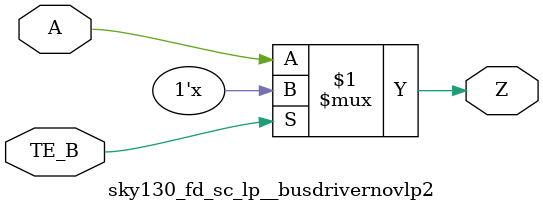
<source format=v>
/*
 * Copyright 2020 The SkyWater PDK Authors
 *
 * Licensed under the Apache License, Version 2.0 (the "License");
 * you may not use this file except in compliance with the License.
 * You may obtain a copy of the License at
 *
 *     https://www.apache.org/licenses/LICENSE-2.0
 *
 * Unless required by applicable law or agreed to in writing, software
 * distributed under the License is distributed on an "AS IS" BASIS,
 * WITHOUT WARRANTIES OR CONDITIONS OF ANY KIND, either express or implied.
 * See the License for the specific language governing permissions and
 * limitations under the License.
 *
 * SPDX-License-Identifier: Apache-2.0
*/


`ifndef SKY130_FD_SC_LP__BUSDRIVERNOVLP2_FUNCTIONAL_V
`define SKY130_FD_SC_LP__BUSDRIVERNOVLP2_FUNCTIONAL_V

/**
 * busdrivernovlp2: Bus driver, enable gates pulldown only (pmos
 *                  devices).
 *
 * Verilog simulation functional model.
 */

`timescale 1ns / 1ps
`default_nettype none

`celldefine
module sky130_fd_sc_lp__busdrivernovlp2 (
    Z   ,
    A   ,
    TE_B
);

    // Module ports
    output Z   ;
    input  A   ;
    input  TE_B;

    //     Name     Output  Other arguments
    bufif0 bufif00 (Z     , A, TE_B        );

endmodule
`endcelldefine

`default_nettype wire
`endif  // SKY130_FD_SC_LP__BUSDRIVERNOVLP2_FUNCTIONAL_V

</source>
